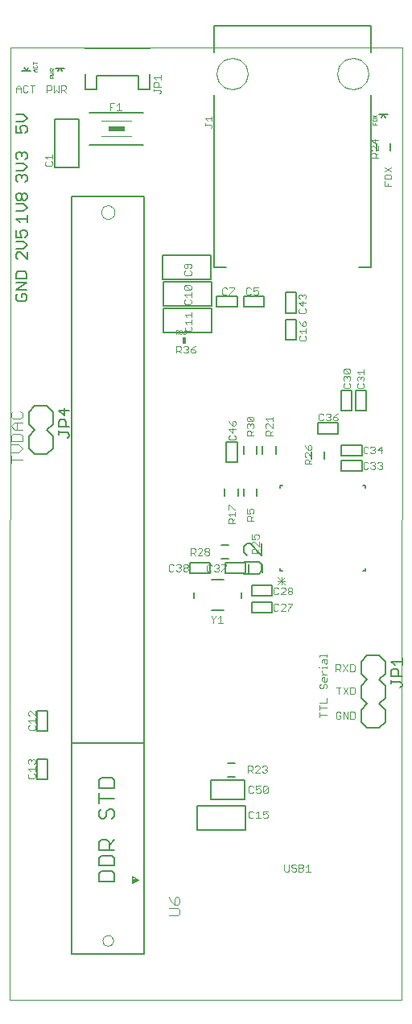
<source format=gto>
G75*
%MOIN*%
%OFA0B0*%
%FSLAX24Y24*%
%IPPOS*%
%LPD*%
%AMOC8*
5,1,8,0,0,1.08239X$1,22.5*
%
%ADD10C,0.0000*%
%ADD11C,0.0030*%
%ADD12C,0.0040*%
%ADD13C,0.0050*%
%ADD14C,0.0028*%
%ADD15R,0.0709X0.0236*%
%ADD16R,0.0433X0.0236*%
%ADD17C,0.0080*%
%ADD18C,0.0010*%
%ADD19C,0.0060*%
%ADD20R,0.0160X0.0280*%
%ADD21C,0.0079*%
D10*
X002495Y003425D02*
X002515Y042865D01*
X018747Y042855D01*
X018717Y003425D01*
X002495Y003425D01*
X006338Y005873D02*
X006340Y005902D01*
X006346Y005930D01*
X006355Y005958D01*
X006368Y005984D01*
X006385Y006007D01*
X006404Y006029D01*
X006426Y006048D01*
X006451Y006063D01*
X006477Y006076D01*
X006505Y006084D01*
X006533Y006089D01*
X006562Y006090D01*
X006591Y006087D01*
X006619Y006080D01*
X006646Y006070D01*
X006672Y006056D01*
X006695Y006039D01*
X006716Y006019D01*
X006734Y005996D01*
X006749Y005971D01*
X006760Y005944D01*
X006768Y005916D01*
X006772Y005887D01*
X006772Y005859D01*
X006768Y005830D01*
X006760Y005802D01*
X006749Y005775D01*
X006734Y005750D01*
X006716Y005727D01*
X006695Y005707D01*
X006672Y005690D01*
X006646Y005676D01*
X006619Y005666D01*
X006591Y005659D01*
X006562Y005656D01*
X006533Y005657D01*
X006505Y005662D01*
X006477Y005670D01*
X006451Y005683D01*
X006426Y005698D01*
X006404Y005717D01*
X006385Y005739D01*
X006368Y005762D01*
X006355Y005788D01*
X006346Y005816D01*
X006340Y005844D01*
X006338Y005873D01*
X006279Y036031D02*
X006281Y036064D01*
X006287Y036096D01*
X006296Y036127D01*
X006309Y036157D01*
X006326Y036185D01*
X006346Y036211D01*
X006369Y036235D01*
X006394Y036255D01*
X006422Y036273D01*
X006451Y036287D01*
X006482Y036297D01*
X006514Y036304D01*
X006547Y036307D01*
X006580Y036306D01*
X006612Y036301D01*
X006643Y036292D01*
X006674Y036280D01*
X006702Y036264D01*
X006729Y036245D01*
X006753Y036223D01*
X006774Y036198D01*
X006793Y036171D01*
X006808Y036142D01*
X006819Y036112D01*
X006827Y036080D01*
X006831Y036047D01*
X006831Y036015D01*
X006827Y035982D01*
X006819Y035950D01*
X006808Y035920D01*
X006793Y035891D01*
X006774Y035864D01*
X006753Y035839D01*
X006729Y035817D01*
X006702Y035798D01*
X006674Y035782D01*
X006643Y035770D01*
X006612Y035761D01*
X006580Y035756D01*
X006547Y035755D01*
X006514Y035758D01*
X006482Y035765D01*
X006451Y035775D01*
X006422Y035789D01*
X006394Y035807D01*
X006369Y035827D01*
X006346Y035851D01*
X006326Y035877D01*
X006309Y035905D01*
X006296Y035935D01*
X006287Y035966D01*
X006281Y035998D01*
X006279Y036031D01*
X011065Y041765D02*
X011067Y041815D01*
X011073Y041865D01*
X011083Y041914D01*
X011096Y041963D01*
X011114Y042010D01*
X011135Y042056D01*
X011159Y042099D01*
X011187Y042141D01*
X011218Y042181D01*
X011252Y042218D01*
X011289Y042252D01*
X011329Y042283D01*
X011371Y042311D01*
X011414Y042335D01*
X011460Y042356D01*
X011507Y042374D01*
X011556Y042387D01*
X011605Y042397D01*
X011655Y042403D01*
X011705Y042405D01*
X011755Y042403D01*
X011805Y042397D01*
X011854Y042387D01*
X011903Y042374D01*
X011950Y042356D01*
X011996Y042335D01*
X012039Y042311D01*
X012081Y042283D01*
X012121Y042252D01*
X012158Y042218D01*
X012192Y042181D01*
X012223Y042141D01*
X012251Y042099D01*
X012275Y042056D01*
X012296Y042010D01*
X012314Y041963D01*
X012327Y041914D01*
X012337Y041865D01*
X012343Y041815D01*
X012345Y041765D01*
X012343Y041715D01*
X012337Y041665D01*
X012327Y041616D01*
X012314Y041567D01*
X012296Y041520D01*
X012275Y041474D01*
X012251Y041431D01*
X012223Y041389D01*
X012192Y041349D01*
X012158Y041312D01*
X012121Y041278D01*
X012081Y041247D01*
X012039Y041219D01*
X011996Y041195D01*
X011950Y041174D01*
X011903Y041156D01*
X011854Y041143D01*
X011805Y041133D01*
X011755Y041127D01*
X011705Y041125D01*
X011655Y041127D01*
X011605Y041133D01*
X011556Y041143D01*
X011507Y041156D01*
X011460Y041174D01*
X011414Y041195D01*
X011371Y041219D01*
X011329Y041247D01*
X011289Y041278D01*
X011252Y041312D01*
X011218Y041349D01*
X011187Y041389D01*
X011159Y041431D01*
X011135Y041474D01*
X011114Y041520D01*
X011096Y041567D01*
X011083Y041616D01*
X011073Y041665D01*
X011067Y041715D01*
X011065Y041765D01*
X016065Y041765D02*
X016067Y041815D01*
X016073Y041865D01*
X016083Y041914D01*
X016096Y041963D01*
X016114Y042010D01*
X016135Y042056D01*
X016159Y042099D01*
X016187Y042141D01*
X016218Y042181D01*
X016252Y042218D01*
X016289Y042252D01*
X016329Y042283D01*
X016371Y042311D01*
X016414Y042335D01*
X016460Y042356D01*
X016507Y042374D01*
X016556Y042387D01*
X016605Y042397D01*
X016655Y042403D01*
X016705Y042405D01*
X016755Y042403D01*
X016805Y042397D01*
X016854Y042387D01*
X016903Y042374D01*
X016950Y042356D01*
X016996Y042335D01*
X017039Y042311D01*
X017081Y042283D01*
X017121Y042252D01*
X017158Y042218D01*
X017192Y042181D01*
X017223Y042141D01*
X017251Y042099D01*
X017275Y042056D01*
X017296Y042010D01*
X017314Y041963D01*
X017327Y041914D01*
X017337Y041865D01*
X017343Y041815D01*
X017345Y041765D01*
X017343Y041715D01*
X017337Y041665D01*
X017327Y041616D01*
X017314Y041567D01*
X017296Y041520D01*
X017275Y041474D01*
X017251Y041431D01*
X017223Y041389D01*
X017192Y041349D01*
X017158Y041312D01*
X017121Y041278D01*
X017081Y041247D01*
X017039Y041219D01*
X016996Y041195D01*
X016950Y041174D01*
X016903Y041156D01*
X016854Y041143D01*
X016805Y041133D01*
X016755Y041127D01*
X016705Y041125D01*
X016655Y041127D01*
X016605Y041133D01*
X016556Y041143D01*
X016507Y041156D01*
X016460Y041174D01*
X016414Y041195D01*
X016371Y041219D01*
X016329Y041247D01*
X016289Y041278D01*
X016252Y041312D01*
X016218Y041349D01*
X016187Y041389D01*
X016159Y041431D01*
X016135Y041474D01*
X016114Y041520D01*
X016096Y041567D01*
X016083Y041616D01*
X016073Y041665D01*
X016067Y041715D01*
X016065Y041765D01*
D11*
X017470Y039014D02*
X017615Y038869D01*
X017615Y039063D01*
X017760Y039014D02*
X017470Y039014D01*
X017518Y038768D02*
X017470Y038720D01*
X017470Y038623D01*
X017518Y038575D01*
X017518Y038473D02*
X017615Y038473D01*
X017663Y038425D01*
X017663Y038280D01*
X017663Y038377D02*
X017760Y038473D01*
X017760Y038575D02*
X017567Y038768D01*
X017518Y038768D01*
X017760Y038768D02*
X017760Y038575D01*
X017518Y038473D02*
X017470Y038425D01*
X017470Y038280D01*
X017760Y038280D01*
X018010Y037893D02*
X018300Y037699D01*
X018010Y037893D01*
X018300Y037699D01*
X018252Y037598D02*
X018300Y037550D01*
X018300Y037405D01*
X018010Y037405D01*
X018010Y037550D01*
X018058Y037598D01*
X018252Y037598D01*
X018058Y037598D01*
X018010Y037550D01*
X018010Y037405D01*
X018300Y037405D01*
X018300Y037550D01*
X018252Y037598D01*
X018058Y037598D01*
X018010Y037550D01*
X018010Y037405D01*
X018300Y037405D01*
X018300Y037550D01*
X018252Y037598D01*
X018010Y037699D02*
X018300Y037893D01*
X018010Y037699D01*
X018300Y037893D01*
X018155Y037207D02*
X018155Y037110D01*
X018155Y037207D01*
X018155Y037110D01*
X018300Y037110D02*
X018010Y037110D01*
X018010Y037303D01*
X018010Y037110D01*
X018300Y037110D01*
X018010Y037110D01*
X018010Y037303D01*
X014722Y031499D02*
X014770Y031450D01*
X014770Y031354D01*
X014722Y031305D01*
X014625Y031305D01*
X014625Y031450D01*
X014673Y031499D01*
X014722Y031499D01*
X014528Y031402D02*
X014625Y031305D01*
X014528Y031402D02*
X014480Y031499D01*
X014518Y031846D02*
X014712Y031846D01*
X014760Y031894D01*
X014760Y031991D01*
X014712Y032040D01*
X014615Y032141D02*
X014470Y032286D01*
X014760Y032286D01*
X014615Y032334D02*
X014615Y032141D01*
X014518Y032040D02*
X014470Y031991D01*
X014470Y031894D01*
X014518Y031846D01*
X014518Y032435D02*
X014470Y032484D01*
X014470Y032580D01*
X014518Y032629D01*
X014567Y032629D01*
X014615Y032580D01*
X014663Y032629D01*
X014712Y032629D01*
X014760Y032580D01*
X014760Y032484D01*
X014712Y032435D01*
X014615Y032532D02*
X014615Y032580D01*
X014770Y031204D02*
X014770Y031011D01*
X014770Y031107D02*
X014480Y031107D01*
X014577Y031011D01*
X014528Y030910D02*
X014480Y030861D01*
X014480Y030764D01*
X014528Y030716D01*
X014722Y030716D01*
X014770Y030764D01*
X014770Y030861D01*
X014722Y030910D01*
X016310Y029484D02*
X016358Y029533D01*
X016552Y029339D01*
X016600Y029388D01*
X016600Y029484D01*
X016552Y029533D01*
X016358Y029533D01*
X016310Y029484D02*
X016310Y029388D01*
X016358Y029339D01*
X016552Y029339D01*
X016552Y029238D02*
X016600Y029190D01*
X016600Y029093D01*
X016552Y029045D01*
X016552Y028943D02*
X016600Y028895D01*
X016600Y028798D01*
X016552Y028750D01*
X016358Y028750D01*
X016310Y028798D01*
X016310Y028895D01*
X016358Y028943D01*
X016358Y029045D02*
X016310Y029093D01*
X016310Y029190D01*
X016358Y029238D01*
X016407Y029238D01*
X016455Y029190D01*
X016503Y029238D01*
X016552Y029238D01*
X016455Y029190D02*
X016455Y029141D01*
X016880Y029180D02*
X016928Y029228D01*
X016977Y029228D01*
X017025Y029180D01*
X017073Y029228D01*
X017122Y029228D01*
X017170Y029180D01*
X017170Y029083D01*
X017122Y029035D01*
X017122Y028933D02*
X017170Y028885D01*
X017170Y028788D01*
X017122Y028740D01*
X016928Y028740D01*
X016880Y028788D01*
X016880Y028885D01*
X016928Y028933D01*
X016928Y029035D02*
X016880Y029083D01*
X016880Y029180D01*
X017025Y029180D02*
X017025Y029131D01*
X016977Y029329D02*
X016880Y029426D01*
X017170Y029426D01*
X017170Y029329D02*
X017170Y029523D01*
X016073Y027690D02*
X015976Y027642D01*
X015879Y027545D01*
X016024Y027545D01*
X016073Y027497D01*
X016073Y027448D01*
X016024Y027400D01*
X015928Y027400D01*
X015879Y027448D01*
X015879Y027545D01*
X015778Y027497D02*
X015730Y027545D01*
X015681Y027545D01*
X015730Y027545D02*
X015778Y027593D01*
X015778Y027642D01*
X015730Y027690D01*
X015633Y027690D01*
X015585Y027642D01*
X015483Y027642D02*
X015435Y027690D01*
X015338Y027690D01*
X015290Y027642D01*
X015290Y027448D01*
X015338Y027400D01*
X015435Y027400D01*
X015483Y027448D01*
X015585Y027448D02*
X015633Y027400D01*
X015730Y027400D01*
X015778Y027448D01*
X015778Y027497D01*
X014952Y026383D02*
X014903Y026383D01*
X014855Y026334D01*
X014855Y026189D01*
X014952Y026189D01*
X015000Y026238D01*
X015000Y026334D01*
X014952Y026383D01*
X014758Y026286D02*
X014855Y026189D01*
X014807Y026088D02*
X014758Y026088D01*
X014710Y026040D01*
X014710Y025943D01*
X014758Y025895D01*
X014758Y025793D02*
X014855Y025793D01*
X014903Y025745D01*
X014903Y025600D01*
X014903Y025697D02*
X015000Y025793D01*
X015000Y025895D02*
X014807Y026088D01*
X015000Y026088D02*
X015000Y025895D01*
X014758Y025793D02*
X014710Y025745D01*
X014710Y025600D01*
X015000Y025600D01*
X014758Y026286D02*
X014710Y026383D01*
X013380Y026780D02*
X013090Y026780D01*
X013090Y026925D01*
X013138Y026973D01*
X013235Y026973D01*
X013283Y026925D01*
X013283Y026780D01*
X013283Y026877D02*
X013380Y026973D01*
X013380Y027075D02*
X013187Y027268D01*
X013138Y027268D01*
X013090Y027220D01*
X013090Y027123D01*
X013138Y027075D01*
X013380Y027075D02*
X013380Y027268D01*
X013380Y027369D02*
X013380Y027563D01*
X013380Y027466D02*
X013090Y027466D01*
X013187Y027369D01*
X012600Y027418D02*
X012552Y027369D01*
X012358Y027563D01*
X012552Y027563D01*
X012600Y027514D01*
X012600Y027418D01*
X012552Y027369D02*
X012358Y027369D01*
X012310Y027418D01*
X012310Y027514D01*
X012358Y027563D01*
X012358Y027268D02*
X012407Y027268D01*
X012455Y027220D01*
X012503Y027268D01*
X012552Y027268D01*
X012600Y027220D01*
X012600Y027123D01*
X012552Y027075D01*
X012600Y026973D02*
X012503Y026877D01*
X012503Y026925D02*
X012503Y026780D01*
X012600Y026780D02*
X012310Y026780D01*
X012310Y026925D01*
X012358Y026973D01*
X012455Y026973D01*
X012503Y026925D01*
X012358Y027075D02*
X012310Y027123D01*
X012310Y027220D01*
X012358Y027268D01*
X012455Y027220D02*
X012455Y027171D01*
X011850Y027238D02*
X011850Y027334D01*
X011802Y027383D01*
X011753Y027383D01*
X011705Y027334D01*
X011705Y027189D01*
X011802Y027189D01*
X011850Y027238D01*
X011705Y027189D02*
X011608Y027286D01*
X011560Y027383D01*
X011705Y027088D02*
X011705Y026895D01*
X011560Y027040D01*
X011850Y027040D01*
X011802Y026793D02*
X011850Y026745D01*
X011850Y026648D01*
X011802Y026600D01*
X011608Y026600D01*
X011560Y026648D01*
X011560Y026745D01*
X011608Y026793D01*
X011588Y023923D02*
X011782Y023729D01*
X011830Y023729D01*
X011830Y023628D02*
X011830Y023435D01*
X011830Y023531D02*
X011540Y023531D01*
X011637Y023435D01*
X011685Y023333D02*
X011733Y023285D01*
X011733Y023140D01*
X011733Y023237D02*
X011830Y023333D01*
X011685Y023333D02*
X011588Y023333D01*
X011540Y023285D01*
X011540Y023140D01*
X011830Y023140D01*
X011540Y023729D02*
X011540Y023923D01*
X011588Y023923D01*
X012310Y023748D02*
X012310Y023555D01*
X012455Y023555D01*
X012407Y023651D01*
X012407Y023700D01*
X012455Y023748D01*
X012552Y023748D01*
X012600Y023700D01*
X012600Y023603D01*
X012552Y023555D01*
X012600Y023453D02*
X012503Y023357D01*
X012503Y023405D02*
X012503Y023260D01*
X012600Y023260D02*
X012310Y023260D01*
X012310Y023405D01*
X012358Y023453D01*
X012455Y023453D01*
X012503Y023405D01*
X012520Y022683D02*
X012520Y022489D01*
X012665Y022489D01*
X012617Y022586D01*
X012617Y022634D01*
X012665Y022683D01*
X012762Y022683D01*
X012810Y022634D01*
X012810Y022538D01*
X012762Y022489D01*
X012810Y022388D02*
X012810Y022195D01*
X012617Y022388D01*
X012568Y022388D01*
X012520Y022340D01*
X012520Y022243D01*
X012568Y022195D01*
X012568Y022093D02*
X012665Y022093D01*
X012713Y022045D01*
X012713Y021900D01*
X012713Y021997D02*
X012810Y022093D01*
X012810Y021900D02*
X012520Y021900D01*
X012520Y022045D01*
X012568Y022093D01*
X013588Y020914D02*
X013902Y020600D01*
X013860Y020490D02*
X013763Y020490D01*
X013715Y020442D01*
X013613Y020442D02*
X013565Y020490D01*
X013468Y020490D01*
X013420Y020442D01*
X013420Y020248D01*
X013468Y020200D01*
X013565Y020200D01*
X013613Y020248D01*
X013715Y020200D02*
X013908Y020393D01*
X013908Y020442D01*
X013860Y020490D01*
X014009Y020442D02*
X014009Y020393D01*
X014058Y020345D01*
X014154Y020345D01*
X014203Y020297D01*
X014203Y020248D01*
X014154Y020200D01*
X014058Y020200D01*
X014009Y020248D01*
X014009Y020297D01*
X014058Y020345D01*
X014154Y020345D02*
X014203Y020393D01*
X014203Y020442D01*
X014154Y020490D01*
X014058Y020490D01*
X014009Y020442D01*
X013908Y020200D02*
X013715Y020200D01*
X013763Y019820D02*
X013715Y019772D01*
X013763Y019820D02*
X013860Y019820D01*
X013908Y019772D01*
X013908Y019723D01*
X013715Y019530D01*
X013908Y019530D01*
X014009Y019530D02*
X014009Y019578D01*
X014203Y019772D01*
X014203Y019820D01*
X014009Y019820D01*
X013613Y019772D02*
X013565Y019820D01*
X013468Y019820D01*
X013420Y019772D01*
X013420Y019578D01*
X013468Y019530D01*
X013565Y019530D01*
X013613Y019578D01*
X013588Y020600D02*
X013902Y020914D01*
X013902Y020757D02*
X013588Y020757D01*
X013745Y020600D02*
X013745Y020914D01*
X015330Y017673D02*
X015620Y017673D01*
X015620Y017625D02*
X015620Y017721D01*
X015620Y017523D02*
X015620Y017378D01*
X015572Y017330D01*
X015523Y017378D01*
X015523Y017523D01*
X015475Y017523D02*
X015620Y017523D01*
X015475Y017523D02*
X015427Y017475D01*
X015427Y017378D01*
X015427Y017182D02*
X015620Y017182D01*
X015620Y017230D02*
X015620Y017133D01*
X015427Y017133D02*
X015427Y017182D01*
X015330Y017182D02*
X015281Y017182D01*
X015427Y017033D02*
X015427Y016985D01*
X015523Y016888D01*
X015427Y016888D02*
X015620Y016888D01*
X015523Y016787D02*
X015523Y016593D01*
X015475Y016593D02*
X015427Y016642D01*
X015427Y016738D01*
X015475Y016787D01*
X015523Y016787D01*
X015620Y016738D02*
X015620Y016642D01*
X015572Y016593D01*
X015475Y016593D01*
X015523Y016492D02*
X015572Y016492D01*
X015620Y016444D01*
X015620Y016347D01*
X015572Y016299D01*
X015475Y016347D02*
X015475Y016444D01*
X015523Y016492D01*
X015378Y016492D02*
X015330Y016444D01*
X015330Y016347D01*
X015378Y016299D01*
X015427Y016299D01*
X015475Y016347D01*
X015620Y015903D02*
X015620Y015709D01*
X015330Y015709D01*
X015330Y015608D02*
X015330Y015415D01*
X015330Y015511D02*
X015620Y015511D01*
X015620Y015217D02*
X015330Y015217D01*
X015330Y015313D02*
X015330Y015120D01*
X016010Y015098D02*
X016058Y015050D01*
X016155Y015050D01*
X016203Y015098D01*
X016203Y015195D01*
X016107Y015195D01*
X016203Y015292D02*
X016155Y015340D01*
X016058Y015340D01*
X016010Y015292D01*
X016010Y015098D01*
X016305Y015050D02*
X016305Y015340D01*
X016498Y015050D01*
X016498Y015340D01*
X016599Y015340D02*
X016744Y015340D01*
X016793Y015292D01*
X016793Y015098D01*
X016744Y015050D01*
X016599Y015050D01*
X016599Y015340D01*
X016599Y016070D02*
X016744Y016070D01*
X016793Y016118D01*
X016793Y016312D01*
X016744Y016360D01*
X016599Y016360D01*
X016599Y016070D01*
X016498Y016070D02*
X016305Y016360D01*
X016203Y016360D02*
X016010Y016360D01*
X016107Y016360D02*
X016107Y016070D01*
X016305Y016070D02*
X016498Y016360D01*
X016488Y017010D02*
X016295Y017300D01*
X016193Y017252D02*
X016193Y017155D01*
X016145Y017107D01*
X016000Y017107D01*
X016097Y017107D02*
X016193Y017010D01*
X016295Y017010D02*
X016488Y017300D01*
X016589Y017300D02*
X016734Y017300D01*
X016783Y017252D01*
X016783Y017058D01*
X016734Y017010D01*
X016589Y017010D01*
X016589Y017300D01*
X016193Y017252D02*
X016145Y017300D01*
X016000Y017300D01*
X016000Y017010D01*
X015330Y017625D02*
X015330Y017673D01*
X013094Y013110D02*
X013143Y013062D01*
X013143Y013013D01*
X013094Y012965D01*
X013143Y012917D01*
X013143Y012868D01*
X013094Y012820D01*
X012998Y012820D01*
X012949Y012868D01*
X012848Y012820D02*
X012655Y012820D01*
X012848Y013013D01*
X012848Y013062D01*
X012800Y013110D01*
X012703Y013110D01*
X012655Y013062D01*
X012553Y013062D02*
X012553Y012965D01*
X012505Y012917D01*
X012360Y012917D01*
X012457Y012917D02*
X012553Y012820D01*
X012360Y012820D02*
X012360Y013110D01*
X012505Y013110D01*
X012553Y013062D01*
X012949Y013062D02*
X012998Y013110D01*
X013094Y013110D01*
X013094Y012965D02*
X013046Y012965D01*
X013028Y012270D02*
X013124Y012270D01*
X013173Y012222D01*
X012979Y012028D01*
X013028Y011980D01*
X013124Y011980D01*
X013173Y012028D01*
X013173Y012222D01*
X013028Y012270D02*
X012979Y012222D01*
X012979Y012028D01*
X012878Y012028D02*
X012830Y011980D01*
X012733Y011980D01*
X012685Y012028D01*
X012685Y012125D02*
X012781Y012173D01*
X012830Y012173D01*
X012878Y012125D01*
X012878Y012028D01*
X012685Y012125D02*
X012685Y012270D01*
X012878Y012270D01*
X012583Y012222D02*
X012535Y012270D01*
X012438Y012270D01*
X012390Y012222D01*
X012390Y012028D01*
X012438Y011980D01*
X012535Y011980D01*
X012583Y012028D01*
X012545Y011230D02*
X012448Y011230D01*
X012400Y011182D01*
X012400Y010988D01*
X012448Y010940D01*
X012545Y010940D01*
X012593Y010988D01*
X012695Y010940D02*
X012888Y010940D01*
X012791Y010940D02*
X012791Y011230D01*
X012695Y011133D01*
X012593Y011182D02*
X012545Y011230D01*
X012989Y011230D02*
X012989Y011085D01*
X013086Y011133D01*
X013134Y011133D01*
X013183Y011085D01*
X013183Y010988D01*
X013134Y010940D01*
X013038Y010940D01*
X012989Y010988D01*
X012989Y011230D02*
X013183Y011230D01*
X013870Y009020D02*
X013870Y008778D01*
X013918Y008730D01*
X014015Y008730D01*
X014063Y008778D01*
X014063Y009020D01*
X014165Y008972D02*
X014165Y008923D01*
X014213Y008875D01*
X014310Y008875D01*
X014358Y008827D01*
X014358Y008778D01*
X014310Y008730D01*
X014213Y008730D01*
X014165Y008778D01*
X014165Y008972D02*
X014213Y009020D01*
X014310Y009020D01*
X014358Y008972D01*
X014459Y009020D02*
X014604Y009020D01*
X014653Y008972D01*
X014653Y008923D01*
X014604Y008875D01*
X014459Y008875D01*
X014459Y008730D02*
X014604Y008730D01*
X014653Y008778D01*
X014653Y008827D01*
X014604Y008875D01*
X014754Y008923D02*
X014851Y009020D01*
X014851Y008730D01*
X014947Y008730D02*
X014754Y008730D01*
X014459Y008730D02*
X014459Y009020D01*
X011328Y019030D02*
X011135Y019030D01*
X011231Y019030D02*
X011231Y019320D01*
X011135Y019223D01*
X011033Y019272D02*
X011033Y019320D01*
X011033Y019272D02*
X010937Y019175D01*
X010937Y019030D01*
X010937Y019175D02*
X010840Y019272D01*
X010840Y019320D01*
X010815Y021150D02*
X010718Y021150D01*
X010670Y021198D01*
X010670Y021392D01*
X010718Y021440D01*
X010815Y021440D01*
X010863Y021392D01*
X010965Y021392D02*
X011013Y021440D01*
X011110Y021440D01*
X011158Y021392D01*
X011158Y021343D01*
X011110Y021295D01*
X011158Y021247D01*
X011158Y021198D01*
X011110Y021150D01*
X011013Y021150D01*
X010965Y021198D01*
X010863Y021198D02*
X010815Y021150D01*
X011061Y021295D02*
X011110Y021295D01*
X011259Y021198D02*
X011259Y021150D01*
X011259Y021198D02*
X011453Y021392D01*
X011453Y021440D01*
X011259Y021440D01*
X010763Y021878D02*
X010714Y021830D01*
X010618Y021830D01*
X010569Y021878D01*
X010569Y021927D01*
X010618Y021975D01*
X010714Y021975D01*
X010763Y021927D01*
X010763Y021878D01*
X010714Y021975D02*
X010763Y022023D01*
X010763Y022072D01*
X010714Y022120D01*
X010618Y022120D01*
X010569Y022072D01*
X010569Y022023D01*
X010618Y021975D01*
X010468Y022023D02*
X010468Y022072D01*
X010420Y022120D01*
X010323Y022120D01*
X010275Y022072D01*
X010173Y022072D02*
X010173Y021975D01*
X010125Y021927D01*
X009980Y021927D01*
X010077Y021927D02*
X010173Y021830D01*
X010275Y021830D02*
X010468Y022023D01*
X010468Y021830D02*
X010275Y021830D01*
X010173Y022072D02*
X010125Y022120D01*
X009980Y022120D01*
X009980Y021830D01*
X009824Y021450D02*
X009873Y021402D01*
X009873Y021353D01*
X009824Y021305D01*
X009728Y021305D01*
X009679Y021353D01*
X009679Y021402D01*
X009728Y021450D01*
X009824Y021450D01*
X009824Y021305D02*
X009873Y021257D01*
X009873Y021208D01*
X009824Y021160D01*
X009728Y021160D01*
X009679Y021208D01*
X009679Y021257D01*
X009728Y021305D01*
X009578Y021257D02*
X009578Y021208D01*
X009530Y021160D01*
X009433Y021160D01*
X009385Y021208D01*
X009283Y021208D02*
X009235Y021160D01*
X009138Y021160D01*
X009090Y021208D01*
X009090Y021402D01*
X009138Y021450D01*
X009235Y021450D01*
X009283Y021402D01*
X009385Y021402D02*
X009433Y021450D01*
X009530Y021450D01*
X009578Y021402D01*
X009578Y021353D01*
X009530Y021305D01*
X009578Y021257D01*
X009530Y021305D02*
X009481Y021305D01*
X009390Y030200D02*
X009390Y030490D01*
X009535Y030490D01*
X009583Y030442D01*
X009583Y030345D01*
X009535Y030297D01*
X009390Y030297D01*
X009487Y030297D02*
X009583Y030200D01*
X009685Y030248D02*
X009733Y030200D01*
X009830Y030200D01*
X009878Y030248D01*
X009878Y030297D01*
X009830Y030345D01*
X009781Y030345D01*
X009830Y030345D02*
X009878Y030393D01*
X009878Y030442D01*
X009830Y030490D01*
X009733Y030490D01*
X009685Y030442D01*
X009979Y030345D02*
X009979Y030248D01*
X010028Y030200D01*
X010124Y030200D01*
X010173Y030248D01*
X010173Y030297D01*
X010124Y030345D01*
X009979Y030345D01*
X010076Y030442D01*
X010173Y030490D01*
X009982Y031100D02*
X010030Y031148D01*
X010030Y031245D01*
X009982Y031293D01*
X010030Y031395D02*
X010030Y031588D01*
X010030Y031491D02*
X009740Y031491D01*
X009837Y031395D01*
X009788Y031293D02*
X009740Y031245D01*
X009740Y031148D01*
X009788Y031100D01*
X009982Y031100D01*
X010030Y031689D02*
X010030Y031883D01*
X010030Y031786D02*
X009740Y031786D01*
X009837Y031689D01*
X009768Y032220D02*
X009962Y032220D01*
X010010Y032268D01*
X010010Y032365D01*
X009962Y032413D01*
X010010Y032515D02*
X010010Y032708D01*
X010010Y032611D02*
X009720Y032611D01*
X009817Y032515D01*
X009768Y032413D02*
X009720Y032365D01*
X009720Y032268D01*
X009768Y032220D01*
X009768Y032809D02*
X009720Y032858D01*
X009720Y032954D01*
X009768Y033003D01*
X009962Y032809D01*
X010010Y032858D01*
X010010Y032954D01*
X009962Y033003D01*
X009768Y033003D01*
X009768Y032809D02*
X009962Y032809D01*
X009962Y033410D02*
X009768Y033410D01*
X009720Y033458D01*
X009720Y033555D01*
X009768Y033603D01*
X009768Y033705D02*
X009817Y033705D01*
X009865Y033753D01*
X009865Y033898D01*
X009962Y033898D02*
X009768Y033898D01*
X009720Y033850D01*
X009720Y033753D01*
X009768Y033705D01*
X009962Y033705D02*
X010010Y033753D01*
X010010Y033850D01*
X009962Y033898D01*
X009962Y033603D02*
X010010Y033555D01*
X010010Y033458D01*
X009962Y033410D01*
X011300Y032852D02*
X011300Y032658D01*
X011348Y032610D01*
X011445Y032610D01*
X011493Y032658D01*
X011595Y032658D02*
X011595Y032610D01*
X011595Y032658D02*
X011788Y032852D01*
X011788Y032900D01*
X011595Y032900D01*
X011493Y032852D02*
X011445Y032900D01*
X011348Y032900D01*
X011300Y032852D01*
X012290Y032852D02*
X012290Y032658D01*
X012338Y032610D01*
X012435Y032610D01*
X012483Y032658D01*
X012585Y032658D02*
X012633Y032610D01*
X012730Y032610D01*
X012778Y032658D01*
X012778Y032755D01*
X012730Y032803D01*
X012681Y032803D01*
X012585Y032755D01*
X012585Y032900D01*
X012778Y032900D01*
X012483Y032852D02*
X012435Y032900D01*
X012338Y032900D01*
X012290Y032852D01*
X010822Y039510D02*
X010870Y039558D01*
X010870Y039607D01*
X010822Y039655D01*
X010580Y039655D01*
X010580Y039607D02*
X010580Y039703D01*
X010677Y039805D02*
X010580Y039901D01*
X010870Y039901D01*
X010870Y039805D02*
X010870Y039998D01*
X008750Y040984D02*
X008750Y041033D01*
X008702Y041081D01*
X008460Y041081D01*
X008460Y041033D02*
X008460Y041130D01*
X008460Y041231D02*
X008460Y041376D01*
X008508Y041424D01*
X008605Y041424D01*
X008653Y041376D01*
X008653Y041231D01*
X008750Y041231D02*
X008460Y041231D01*
X008557Y041525D02*
X008460Y041622D01*
X008750Y041622D01*
X008750Y041525D02*
X008750Y041719D01*
X008750Y040984D02*
X008702Y040936D01*
X007128Y040250D02*
X006935Y040250D01*
X007031Y040250D02*
X007031Y040540D01*
X006935Y040443D01*
X006833Y040540D02*
X006640Y040540D01*
X006640Y040250D01*
X006640Y040395D02*
X006737Y040395D01*
X004813Y040990D02*
X004716Y041087D01*
X004764Y041087D02*
X004619Y041087D01*
X004619Y040990D02*
X004619Y041280D01*
X004764Y041280D01*
X004813Y041232D01*
X004813Y041135D01*
X004764Y041087D01*
X004518Y040990D02*
X004518Y041280D01*
X004325Y041280D02*
X004325Y040990D01*
X004421Y041087D01*
X004518Y040990D01*
X004223Y041135D02*
X004175Y041087D01*
X004030Y041087D01*
X004030Y040990D02*
X004030Y041280D01*
X004175Y041280D01*
X004223Y041232D01*
X004223Y041135D01*
X003533Y041280D02*
X003339Y041280D01*
X003436Y041280D02*
X003436Y040990D01*
X003238Y041038D02*
X003190Y040990D01*
X003093Y040990D01*
X003045Y041038D01*
X003045Y041232D01*
X003093Y041280D01*
X003190Y041280D01*
X003238Y041232D01*
X002943Y041183D02*
X002847Y041280D01*
X002750Y041183D01*
X002750Y040990D01*
X002750Y041135D02*
X002943Y041135D01*
X002943Y041183D02*
X002943Y040990D01*
X003970Y038331D02*
X004260Y038331D01*
X004260Y038235D02*
X004260Y038428D01*
X004067Y038235D02*
X003970Y038331D01*
X004018Y038133D02*
X003970Y038085D01*
X003970Y037988D01*
X004018Y037940D01*
X004212Y037940D01*
X004260Y037988D01*
X004260Y038085D01*
X004212Y038133D01*
X003560Y015373D02*
X003560Y015179D01*
X003367Y015373D01*
X003318Y015373D01*
X003270Y015324D01*
X003270Y015228D01*
X003318Y015179D01*
X003270Y014981D02*
X003560Y014981D01*
X003560Y014885D02*
X003560Y015078D01*
X003367Y014885D02*
X003270Y014981D01*
X003318Y014783D02*
X003270Y014735D01*
X003270Y014638D01*
X003318Y014590D01*
X003512Y014590D01*
X003560Y014638D01*
X003560Y014735D01*
X003512Y014783D01*
X003492Y013373D02*
X003540Y013324D01*
X003540Y013228D01*
X003492Y013179D01*
X003540Y013078D02*
X003540Y012885D01*
X003540Y012981D02*
X003250Y012981D01*
X003347Y012885D01*
X003298Y012783D02*
X003250Y012735D01*
X003250Y012638D01*
X003298Y012590D01*
X003492Y012590D01*
X003540Y012638D01*
X003540Y012735D01*
X003492Y012783D01*
X003298Y013179D02*
X003250Y013228D01*
X003250Y013324D01*
X003298Y013373D01*
X003347Y013373D01*
X003395Y013324D01*
X003443Y013373D01*
X003492Y013373D01*
X003395Y013324D02*
X003395Y013276D01*
X017140Y025438D02*
X017188Y025390D01*
X017285Y025390D01*
X017333Y025438D01*
X017435Y025438D02*
X017483Y025390D01*
X017580Y025390D01*
X017628Y025438D01*
X017628Y025487D01*
X017580Y025535D01*
X017628Y025583D01*
X017628Y025632D01*
X017580Y025680D01*
X017483Y025680D01*
X017435Y025632D01*
X017333Y025632D02*
X017285Y025680D01*
X017188Y025680D01*
X017140Y025632D01*
X017140Y025438D01*
X017531Y025535D02*
X017580Y025535D01*
X017729Y025438D02*
X017778Y025390D01*
X017874Y025390D01*
X017923Y025438D01*
X017923Y025487D01*
X017874Y025535D01*
X017826Y025535D01*
X017874Y025535D02*
X017923Y025583D01*
X017923Y025632D01*
X017874Y025680D01*
X017778Y025680D01*
X017729Y025632D01*
X017874Y026040D02*
X017874Y026330D01*
X017729Y026185D01*
X017923Y026185D01*
X017628Y026137D02*
X017628Y026088D01*
X017580Y026040D01*
X017483Y026040D01*
X017435Y026088D01*
X017333Y026088D02*
X017285Y026040D01*
X017188Y026040D01*
X017140Y026088D01*
X017140Y026282D01*
X017188Y026330D01*
X017285Y026330D01*
X017333Y026282D01*
X017435Y026282D02*
X017483Y026330D01*
X017580Y026330D01*
X017628Y026282D01*
X017628Y026233D01*
X017580Y026185D01*
X017628Y026137D01*
X017580Y026185D02*
X017531Y026185D01*
D12*
X009458Y007672D02*
X009382Y007672D01*
X009305Y007596D01*
X009305Y007365D01*
X009458Y007365D01*
X009535Y007442D01*
X009535Y007596D01*
X009458Y007672D01*
X009151Y007519D02*
X009305Y007365D01*
X009458Y007212D02*
X009075Y007212D01*
X009075Y006905D02*
X009458Y006905D01*
X009535Y006982D01*
X009535Y007135D01*
X009458Y007212D01*
X009151Y007519D02*
X009075Y007672D01*
X007835Y008393D02*
X007539Y008541D01*
X007539Y008245D01*
X007835Y008393D01*
X007832Y008392D02*
X007539Y008392D01*
X007539Y008430D02*
X007760Y008430D01*
X007755Y008353D02*
X007539Y008353D01*
X007539Y008315D02*
X007678Y008315D01*
X007601Y008276D02*
X007539Y008276D01*
X007539Y008469D02*
X007683Y008469D01*
X007606Y008507D02*
X007539Y008507D01*
X002545Y025635D02*
X002545Y025942D01*
X002545Y026095D02*
X002852Y026095D01*
X003005Y026249D01*
X002852Y026402D01*
X002545Y026402D01*
X002545Y026556D02*
X002545Y026786D01*
X002621Y026863D01*
X002928Y026863D01*
X003005Y026786D01*
X003005Y026556D01*
X002545Y026556D01*
X002698Y027016D02*
X002545Y027170D01*
X002698Y027323D01*
X003005Y027323D01*
X002928Y027477D02*
X003005Y027553D01*
X003005Y027707D01*
X002928Y027783D01*
X002928Y027477D02*
X002621Y027477D01*
X002545Y027553D01*
X002545Y027707D01*
X002621Y027783D01*
X002775Y027323D02*
X002775Y027016D01*
X002698Y027016D02*
X003005Y027016D01*
X003005Y025788D02*
X002545Y025788D01*
D13*
X004520Y026829D02*
X004520Y026979D01*
X004520Y026904D02*
X004895Y026904D01*
X004970Y026829D01*
X004970Y026754D01*
X004895Y026679D01*
X004970Y027139D02*
X004520Y027139D01*
X004520Y027364D01*
X004595Y027439D01*
X004745Y027439D01*
X004820Y027364D01*
X004820Y027139D01*
X004745Y027600D02*
X004520Y027825D01*
X004970Y027825D01*
X004745Y027900D02*
X004745Y027600D01*
X003125Y032350D02*
X002825Y032350D01*
X002750Y032425D01*
X002750Y032575D01*
X002825Y032650D01*
X002975Y032650D02*
X002975Y032500D01*
X002975Y032650D02*
X003125Y032650D01*
X003200Y032575D01*
X003200Y032425D01*
X003125Y032350D01*
X003200Y032810D02*
X002750Y032810D01*
X003200Y033111D01*
X002750Y033111D01*
X002750Y033271D02*
X002750Y033496D01*
X002825Y033571D01*
X003125Y033571D01*
X003200Y033496D01*
X003200Y033271D01*
X002750Y033271D01*
X002835Y034070D02*
X002760Y034145D01*
X002760Y034295D01*
X002835Y034370D01*
X002910Y034370D01*
X003210Y034070D01*
X003210Y034370D01*
X003060Y034530D02*
X003210Y034681D01*
X003060Y034831D01*
X002760Y034831D01*
X002760Y034991D02*
X002985Y034991D01*
X002910Y035141D01*
X002910Y035216D01*
X002985Y035291D01*
X003135Y035291D01*
X003210Y035216D01*
X003210Y035066D01*
X003135Y034991D01*
X003060Y034530D02*
X002760Y034530D01*
X002760Y034991D02*
X002760Y035291D01*
X002910Y035610D02*
X002760Y035760D01*
X003210Y035760D01*
X003210Y035610D02*
X003210Y035910D01*
X003060Y036070D02*
X003210Y036221D01*
X003060Y036371D01*
X002760Y036371D01*
X002835Y036531D02*
X002760Y036606D01*
X002760Y036756D01*
X002835Y036831D01*
X002910Y036831D01*
X002985Y036756D01*
X002985Y036606D01*
X002910Y036531D01*
X002835Y036531D01*
X002985Y036606D02*
X003060Y036531D01*
X003135Y036531D01*
X003210Y036606D01*
X003210Y036756D01*
X003135Y036831D01*
X003060Y036831D01*
X002985Y036756D01*
X003135Y037290D02*
X003210Y037365D01*
X003210Y037515D01*
X003135Y037590D01*
X003060Y037590D01*
X002985Y037515D01*
X002985Y037440D01*
X002985Y037515D02*
X002910Y037590D01*
X002835Y037590D01*
X002760Y037515D01*
X002760Y037365D01*
X002835Y037290D01*
X002760Y037750D02*
X003060Y037750D01*
X003210Y037901D01*
X003060Y038051D01*
X002760Y038051D01*
X002835Y038211D02*
X002760Y038286D01*
X002760Y038436D01*
X002835Y038511D01*
X002910Y038511D01*
X002985Y038436D01*
X003060Y038511D01*
X003135Y038511D01*
X003210Y038436D01*
X003210Y038286D01*
X003135Y038211D01*
X002985Y038361D02*
X002985Y038436D01*
X002985Y039320D02*
X002760Y039320D01*
X002760Y039620D01*
X002760Y039780D02*
X003060Y039780D01*
X003210Y039931D01*
X003060Y040081D01*
X002760Y040081D01*
X002985Y039620D02*
X003135Y039620D01*
X003210Y039545D01*
X003210Y039395D01*
X003135Y039320D01*
X002985Y039320D02*
X002910Y039470D01*
X002910Y039545D01*
X002985Y039620D01*
X004345Y039885D02*
X004345Y037885D01*
X005345Y037885D01*
X005345Y039885D01*
X004345Y039885D01*
X005802Y040159D02*
X008008Y040159D01*
X008008Y038811D02*
X005802Y038811D01*
X003060Y036070D02*
X002760Y036070D01*
X008835Y034255D02*
X008835Y033255D01*
X010835Y033255D01*
X010835Y034255D01*
X008835Y034255D01*
X008845Y033135D02*
X008845Y032135D01*
X010845Y032135D01*
X010845Y033135D01*
X008845Y033135D01*
X008855Y032035D02*
X008855Y031035D01*
X010855Y031035D01*
X010855Y032035D01*
X008855Y032035D01*
X011065Y032105D02*
X011065Y032545D01*
X011905Y032545D01*
X011905Y032105D01*
X011065Y032105D01*
X012185Y032105D02*
X012185Y032545D01*
X013025Y032545D01*
X013025Y032105D01*
X012185Y032105D01*
X013925Y031865D02*
X014365Y031865D01*
X014365Y032705D01*
X013925Y032705D01*
X013925Y031865D01*
X013925Y031585D02*
X014365Y031585D01*
X014365Y030745D01*
X013925Y030745D01*
X013925Y031585D01*
X015255Y027305D02*
X016095Y027305D01*
X016095Y026865D01*
X015255Y026865D01*
X015255Y027305D01*
X014979Y026122D02*
X014979Y025808D01*
X015531Y025808D02*
X015531Y026122D01*
X016235Y025955D02*
X016235Y026395D01*
X017075Y026395D01*
X017075Y025955D01*
X016235Y025955D01*
X016235Y025765D02*
X017075Y025765D01*
X017075Y025325D01*
X016235Y025325D01*
X016235Y025765D01*
X016225Y027815D02*
X016665Y027815D01*
X016665Y028655D01*
X016225Y028655D01*
X016225Y027815D01*
X016805Y027815D02*
X016805Y028655D01*
X017245Y028655D01*
X017245Y027815D01*
X016805Y027815D01*
X013511Y026332D02*
X013511Y026018D01*
X012959Y026018D02*
X012959Y026332D01*
X012731Y026332D02*
X012731Y026018D01*
X012179Y026018D02*
X012179Y026332D01*
X011905Y026525D02*
X011905Y025685D01*
X011465Y025685D01*
X011465Y026525D01*
X011905Y026525D01*
X011951Y024582D02*
X011951Y024268D01*
X012179Y024268D02*
X012179Y024582D01*
X012731Y024582D02*
X012731Y024268D01*
X011562Y022241D02*
X011248Y022241D01*
X011248Y021689D02*
X011562Y021689D01*
X011415Y021525D02*
X011415Y021085D01*
X012255Y021085D01*
X012255Y021525D01*
X011415Y021525D01*
X010795Y021525D02*
X010795Y021085D01*
X009955Y021085D01*
X009955Y021525D01*
X010795Y021525D01*
X012389Y021432D02*
X012389Y021118D01*
X012525Y020585D02*
X013365Y020585D01*
X013365Y020145D01*
X012525Y020145D01*
X012525Y020585D01*
X012525Y019885D02*
X013365Y019885D01*
X013365Y019445D01*
X012525Y019445D01*
X012525Y019885D01*
X012941Y021118D02*
X012941Y021432D01*
X011399Y024268D02*
X011399Y024582D01*
X011508Y013211D02*
X011822Y013211D01*
X011822Y012659D02*
X011508Y012659D01*
X010815Y012515D02*
X010815Y011715D01*
X012215Y011715D01*
X012215Y012515D01*
X010815Y012515D01*
X010265Y011435D02*
X012265Y011435D01*
X012265Y010435D01*
X010265Y010435D01*
X010265Y011435D01*
X004055Y012545D02*
X003615Y012545D01*
X003615Y013385D01*
X004055Y013385D01*
X004055Y012545D01*
X004065Y014555D02*
X003625Y014555D01*
X003625Y015395D01*
X004065Y015395D01*
X004065Y014555D01*
X017699Y038568D02*
X017699Y038882D01*
X018251Y038882D02*
X018251Y038568D01*
X018740Y017570D02*
X018740Y017270D01*
X018740Y017420D02*
X018290Y017420D01*
X018440Y017270D01*
X018515Y017109D02*
X018590Y017034D01*
X018590Y016809D01*
X018740Y016809D02*
X018290Y016809D01*
X018290Y017034D01*
X018365Y017109D01*
X018515Y017109D01*
X018290Y016649D02*
X018290Y016499D01*
X018290Y016574D02*
X018665Y016574D01*
X018740Y016499D01*
X018740Y016424D01*
X018665Y016349D01*
D14*
X007535Y039170D02*
X006275Y039170D01*
X006275Y039800D02*
X007535Y039800D01*
D15*
X006905Y039485D03*
D16*
X006925Y039485D03*
D17*
X006089Y041123D02*
X006089Y041674D01*
X007821Y041674D01*
X007821Y041123D01*
X008294Y041123D01*
X008294Y041753D01*
X008294Y042816D02*
X005616Y042816D01*
X005616Y041753D02*
X005616Y041123D01*
X006089Y041123D01*
X004756Y041992D02*
X004575Y041992D01*
X004667Y041870D01*
X004575Y041992D02*
X004394Y041992D01*
X004489Y041870D02*
X004565Y041986D01*
X003356Y041878D02*
X003175Y041878D01*
X003083Y042000D01*
X002994Y041878D02*
X003175Y041878D01*
X003185Y041884D02*
X003261Y042000D01*
X005039Y036680D02*
X008051Y036680D01*
X008051Y033865D01*
X008051Y033846D01*
X010955Y033765D02*
X010955Y040890D01*
X010955Y042640D02*
X010955Y043765D01*
X017455Y043765D01*
X017455Y042640D01*
X017455Y040890D02*
X017455Y033765D01*
X016955Y033765D01*
X017879Y039950D02*
X017955Y040066D01*
X017965Y040072D02*
X018057Y039950D01*
X018146Y040072D02*
X017965Y040072D01*
X017784Y040072D01*
X011455Y033765D02*
X010955Y033765D01*
X012318Y022314D02*
X012194Y022190D01*
X012194Y021943D01*
X012318Y021820D01*
X012194Y021559D02*
X012812Y021559D01*
X012935Y021435D01*
X012935Y021188D01*
X012812Y021065D01*
X012194Y021065D01*
X012089Y020293D02*
X012089Y020057D01*
X011341Y019545D02*
X010869Y019545D01*
X010121Y020057D02*
X010121Y020293D01*
X010869Y020805D02*
X011341Y020805D01*
X012318Y022314D02*
X012441Y022314D01*
X012935Y021820D01*
X012935Y022314D01*
X017295Y017675D02*
X017045Y017425D01*
X017045Y016925D01*
X017295Y016675D01*
X017045Y016425D01*
X017045Y015925D01*
X017295Y015675D01*
X017045Y015425D01*
X017045Y014925D01*
X017295Y014675D01*
X017795Y014675D01*
X018045Y014925D01*
X018045Y015425D01*
X017795Y015675D01*
X018045Y015925D01*
X018045Y016425D01*
X017795Y016675D01*
X018045Y016925D01*
X018045Y017425D01*
X017795Y017675D01*
X017295Y017675D01*
X008051Y008137D02*
X008051Y005302D01*
X005039Y005302D01*
X004025Y026005D02*
X003525Y026005D01*
X003275Y026255D01*
X003275Y026755D01*
X003525Y027005D01*
X003275Y027255D01*
X003275Y027755D01*
X003525Y028005D01*
X004025Y028005D01*
X004275Y027755D01*
X004275Y027255D01*
X004025Y027005D01*
X004275Y026755D01*
X004275Y026255D01*
X004025Y026005D01*
D18*
X009380Y030995D02*
X009380Y031145D01*
X009455Y031145D01*
X009480Y031120D01*
X009480Y031070D01*
X009455Y031045D01*
X009380Y031045D01*
X009430Y031045D02*
X009480Y030995D01*
X009527Y031020D02*
X009552Y030995D01*
X009602Y030995D01*
X009627Y031020D01*
X009627Y031045D01*
X009602Y031070D01*
X009577Y031070D01*
X009602Y031070D02*
X009627Y031095D01*
X009627Y031120D01*
X009602Y031145D01*
X009552Y031145D01*
X009527Y031120D01*
X009675Y031070D02*
X009750Y031070D01*
X009775Y031045D01*
X009775Y031020D01*
X009750Y030995D01*
X009700Y030995D01*
X009675Y031020D01*
X009675Y031070D01*
X009725Y031120D01*
X009775Y031145D01*
X004295Y041580D02*
X004145Y041580D01*
X004145Y041655D01*
X004170Y041680D01*
X004220Y041680D01*
X004245Y041655D01*
X004245Y041580D01*
X004295Y041727D02*
X004145Y041727D01*
X004145Y041827D02*
X004295Y041827D01*
X004245Y041777D01*
X004295Y041727D01*
X004295Y041875D02*
X004145Y041875D01*
X004145Y041950D01*
X004170Y041975D01*
X004220Y041975D01*
X004245Y041950D01*
X004245Y041875D01*
X004245Y041925D02*
X004295Y041975D01*
X003605Y041958D02*
X003505Y041958D01*
X003455Y041908D01*
X003505Y041858D01*
X003605Y041858D01*
X003530Y041858D02*
X003530Y041958D01*
X003580Y042005D02*
X003605Y042030D01*
X003605Y042080D01*
X003580Y042105D01*
X003580Y042005D02*
X003480Y042005D01*
X003455Y042030D01*
X003455Y042080D01*
X003480Y042105D01*
X003455Y042153D02*
X003455Y042253D01*
X003455Y042203D02*
X003605Y042203D01*
X017535Y040055D02*
X017685Y039955D01*
X017660Y039907D02*
X017560Y039907D01*
X017535Y039882D01*
X017535Y039807D01*
X017685Y039807D01*
X017685Y039882D01*
X017660Y039907D01*
X017535Y039955D02*
X017685Y040055D01*
X017535Y039760D02*
X017535Y039660D01*
X017685Y039660D01*
X017610Y039660D02*
X017610Y039710D01*
D19*
X017235Y024725D02*
X017135Y024725D01*
X017235Y024725D02*
X017235Y024625D01*
X017235Y021285D02*
X017235Y021185D01*
X017135Y021185D01*
X013795Y021185D02*
X013695Y021185D01*
X013695Y021285D01*
X013695Y024625D02*
X013695Y024725D01*
X013795Y024725D01*
X006714Y012619D02*
X006820Y012512D01*
X006820Y012192D01*
X006180Y012192D01*
X006180Y012512D01*
X006286Y012619D01*
X006714Y012619D01*
X006180Y011974D02*
X006180Y011547D01*
X006180Y011761D02*
X006820Y011761D01*
X006714Y011330D02*
X006820Y011223D01*
X006820Y011009D01*
X006714Y010903D01*
X006500Y011009D02*
X006500Y011223D01*
X006607Y011330D01*
X006714Y011330D01*
X006500Y011009D02*
X006393Y010903D01*
X006286Y010903D01*
X006180Y011009D01*
X006180Y011223D01*
X006286Y011330D01*
X006286Y010041D02*
X006500Y010041D01*
X006607Y009934D01*
X006607Y009614D01*
X006607Y009827D02*
X006820Y010041D01*
X006820Y009614D02*
X006180Y009614D01*
X006180Y009934D01*
X006286Y010041D01*
X006286Y009396D02*
X006180Y009289D01*
X006180Y008969D01*
X006820Y008969D01*
X006820Y009289D01*
X006714Y009396D01*
X006286Y009396D01*
X006286Y008751D02*
X006180Y008645D01*
X006180Y008324D01*
X006820Y008324D01*
X006820Y008645D01*
X006714Y008751D01*
X006286Y008751D01*
D20*
X009725Y030715D03*
D21*
X008051Y033865D02*
X008051Y008157D01*
X005059Y005322D02*
X005059Y014062D01*
X005059Y036661D01*
X005059Y014062D02*
X008051Y014062D01*
M02*

</source>
